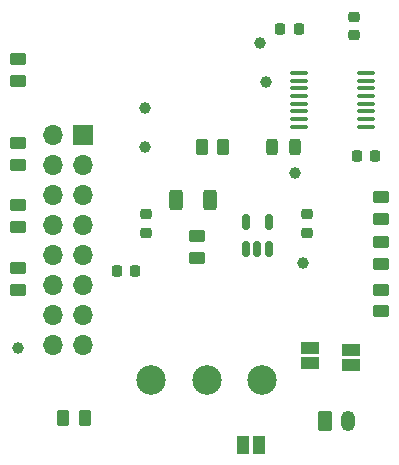
<source format=gbr>
%TF.GenerationSoftware,KiCad,Pcbnew,(6.0.4-0)*%
%TF.CreationDate,2024-03-24T21:38:25+02:00*%
%TF.ProjectId,Project_PCB_v1,50726f6a-6563-4745-9f50-43425f76312e,rev?*%
%TF.SameCoordinates,Original*%
%TF.FileFunction,Soldermask,Top*%
%TF.FilePolarity,Negative*%
%FSLAX46Y46*%
G04 Gerber Fmt 4.6, Leading zero omitted, Abs format (unit mm)*
G04 Created by KiCad (PCBNEW (6.0.4-0)) date 2024-03-24 21:38:25*
%MOMM*%
%LPD*%
G01*
G04 APERTURE LIST*
G04 Aperture macros list*
%AMRoundRect*
0 Rectangle with rounded corners*
0 $1 Rounding radius*
0 $2 $3 $4 $5 $6 $7 $8 $9 X,Y pos of 4 corners*
0 Add a 4 corners polygon primitive as box body*
4,1,4,$2,$3,$4,$5,$6,$7,$8,$9,$2,$3,0*
0 Add four circle primitives for the rounded corners*
1,1,$1+$1,$2,$3*
1,1,$1+$1,$4,$5*
1,1,$1+$1,$6,$7*
1,1,$1+$1,$8,$9*
0 Add four rect primitives between the rounded corners*
20,1,$1+$1,$2,$3,$4,$5,0*
20,1,$1+$1,$4,$5,$6,$7,0*
20,1,$1+$1,$6,$7,$8,$9,0*
20,1,$1+$1,$8,$9,$2,$3,0*%
G04 Aperture macros list end*
%ADD10RoundRect,0.243750X0.243750X0.456250X-0.243750X0.456250X-0.243750X-0.456250X0.243750X-0.456250X0*%
%ADD11RoundRect,0.225000X0.250000X-0.225000X0.250000X0.225000X-0.250000X0.225000X-0.250000X-0.225000X0*%
%ADD12RoundRect,0.218750X0.218750X0.256250X-0.218750X0.256250X-0.218750X-0.256250X0.218750X-0.256250X0*%
%ADD13RoundRect,0.250000X0.312500X0.625000X-0.312500X0.625000X-0.312500X-0.625000X0.312500X-0.625000X0*%
%ADD14RoundRect,0.250000X-0.262500X-0.450000X0.262500X-0.450000X0.262500X0.450000X-0.262500X0.450000X0*%
%ADD15R,1.700000X1.700000*%
%ADD16O,1.700000X1.700000*%
%ADD17RoundRect,0.250000X-0.350000X-0.625000X0.350000X-0.625000X0.350000X0.625000X-0.350000X0.625000X0*%
%ADD18O,1.200000X1.750000*%
%ADD19C,1.000000*%
%ADD20RoundRect,0.250000X-0.450000X0.262500X-0.450000X-0.262500X0.450000X-0.262500X0.450000X0.262500X0*%
%ADD21RoundRect,0.250000X0.450000X-0.262500X0.450000X0.262500X-0.450000X0.262500X-0.450000X-0.262500X0*%
%ADD22C,2.500000*%
%ADD23RoundRect,0.225000X-0.225000X-0.250000X0.225000X-0.250000X0.225000X0.250000X-0.225000X0.250000X0*%
%ADD24R,1.500000X1.000000*%
%ADD25RoundRect,0.250000X0.262500X0.450000X-0.262500X0.450000X-0.262500X-0.450000X0.262500X-0.450000X0*%
%ADD26RoundRect,0.150000X0.150000X-0.512500X0.150000X0.512500X-0.150000X0.512500X-0.150000X-0.512500X0*%
%ADD27RoundRect,0.100000X-0.637500X-0.100000X0.637500X-0.100000X0.637500X0.100000X-0.637500X0.100000X0*%
%ADD28R,1.000000X1.500000*%
G04 APERTURE END LIST*
D10*
%TO.C,Fault1*%
X111437500Y-75250000D03*
X109562500Y-75250000D03*
%TD*%
D11*
%TO.C,C_Vm1*%
X116500000Y-65775000D03*
X116500000Y-64225000D03*
%TD*%
D12*
%TO.C,D_Stat1*%
X97934641Y-85750000D03*
X96359641Y-85750000D03*
%TD*%
D13*
%TO.C,R_Prog1*%
X104295359Y-79750000D03*
X101370359Y-79750000D03*
%TD*%
D14*
%TO.C,R_Fault1*%
X103587500Y-75250000D03*
X105412500Y-75250000D03*
%TD*%
D15*
%TO.C,PinCon1*%
X93500000Y-74250000D03*
D16*
X90960000Y-74250000D03*
X93500000Y-76790000D03*
X90960000Y-76790000D03*
X93500000Y-79330000D03*
X90960000Y-79330000D03*
X93500000Y-81870000D03*
X90960000Y-81870000D03*
X93500000Y-84410000D03*
X90960000Y-84410000D03*
X93500000Y-86950000D03*
X90960000Y-86950000D03*
X93500000Y-89490000D03*
X90960000Y-89490000D03*
X93500000Y-92030000D03*
X90960000Y-92030000D03*
%TD*%
D17*
%TO.C,J2*%
X114000000Y-98450000D03*
D18*
X116000000Y-98450000D03*
%TD*%
D19*
%TO.C,TP_En1*%
X109000000Y-69750000D03*
%TD*%
%TO.C,TPM1A1*%
X108500000Y-66500000D03*
%TD*%
%TO.C,TPM2A1*%
X98750000Y-72000000D03*
%TD*%
D20*
%TO.C,R1*%
X88000000Y-80188750D03*
X88000000Y-82013750D03*
%TD*%
D21*
%TO.C,R510*%
X118750000Y-89162500D03*
X118750000Y-87337500D03*
%TD*%
%TO.C,R_Stat1*%
X103147141Y-84662500D03*
X103147141Y-82837500D03*
%TD*%
D19*
%TO.C,TP_Charge1*%
X112147141Y-85082500D03*
%TD*%
D22*
%TO.C,S1*%
X108700025Y-95000000D03*
X104000000Y-95000000D03*
X99299975Y-95000000D03*
%TD*%
D23*
%TO.C,C_Vcp1*%
X116725000Y-76000000D03*
X118275000Y-76000000D03*
%TD*%
D24*
%TO.C,JP_BATT1*%
X116250000Y-93750000D03*
X116250000Y-92450000D03*
%TD*%
%TO.C,JP_S1_Bat1*%
X112750000Y-92250000D03*
X112750000Y-93550000D03*
%TD*%
D21*
%TO.C,R5.1*%
X88000000Y-76750000D03*
X88000000Y-74925000D03*
%TD*%
%TO.C,R2*%
X88000000Y-87351250D03*
X88000000Y-85526250D03*
%TD*%
D25*
%TO.C,R10k1*%
X93662500Y-98250000D03*
X91837500Y-98250000D03*
%TD*%
D19*
%TO.C,TP1B1*%
X111500000Y-77500000D03*
%TD*%
D26*
%TO.C,Charge1*%
X107334641Y-83887500D03*
X108284641Y-83887500D03*
X109234641Y-83887500D03*
X109234641Y-81612500D03*
X107334641Y-81612500D03*
%TD*%
D21*
%TO.C,R3k1*%
X88000000Y-69662500D03*
X88000000Y-67837500D03*
%TD*%
D27*
%TO.C,MD1*%
X111780000Y-69000000D03*
X111780000Y-69650000D03*
X111780000Y-70300000D03*
X111780000Y-70950000D03*
X111780000Y-71600000D03*
X111780000Y-72250000D03*
X111780000Y-72900000D03*
X111780000Y-73550000D03*
X117505000Y-73550000D03*
X117505000Y-72900000D03*
X117505000Y-72250000D03*
X117505000Y-71600000D03*
X117505000Y-70950000D03*
X117505000Y-70300000D03*
X117505000Y-69650000D03*
X117505000Y-69000000D03*
%TD*%
D11*
%TO.C,C_Batt1*%
X112500000Y-82525000D03*
X112500000Y-80975000D03*
%TD*%
D21*
%TO.C,R100*%
X118750000Y-85162500D03*
X118750000Y-83337500D03*
%TD*%
%TO.C,R1k1*%
X118750000Y-81325000D03*
X118750000Y-79500000D03*
%TD*%
D28*
%TO.C,JP_S1*%
X108400000Y-100500000D03*
X107100000Y-100500000D03*
%TD*%
D19*
%TO.C,TP_ADC1*%
X88000000Y-92250000D03*
%TD*%
%TO.C,TP2B1*%
X98750000Y-75250000D03*
%TD*%
D23*
%TO.C,C_Vint1*%
X110225000Y-65250000D03*
X111775000Y-65250000D03*
%TD*%
D11*
%TO.C,C_Vdd1*%
X98832859Y-82525000D03*
X98832859Y-80975000D03*
%TD*%
M02*

</source>
